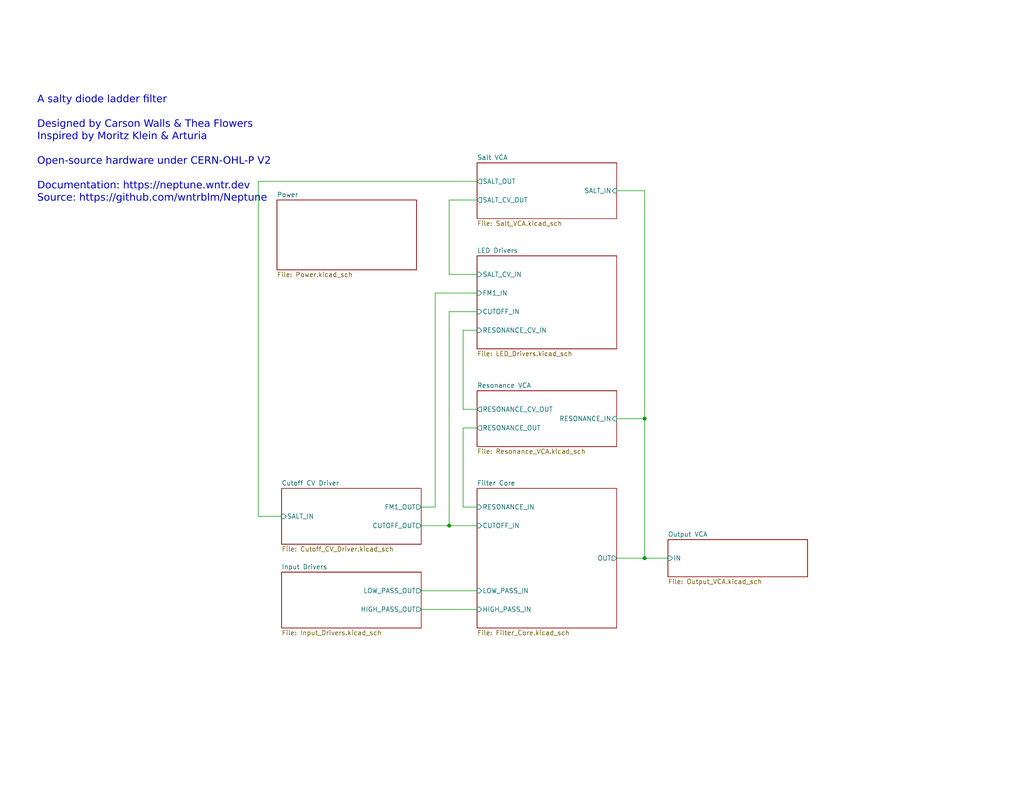
<source format=kicad_sch>
(kicad_sch
	(version 20250114)
	(generator "eeschema")
	(generator_version "9.0")
	(uuid "960bd036-bf0c-45ea-9f41-1321756e0e5a")
	(paper "USLetter")
	(title_block
		(title "Neptune")
		(date "2024-02-13")
		(rev "v3")
		(company "Winterbloom")
		(comment 1 "Carson Walls")
		(comment 2 "CERN-OHL-P v2")
		(comment 3 "neptune.wntr.dev")
	)
	(lib_symbols)
	(text "A salty diode ladder filter\n\nDesigned by Carson Walls & Thea Flowers\nInspired by Moritz Klein & Arturia\n\nOpen-source hardware under CERN-OHL-P V2\n\nDocumentation: https://neptune.wntr.dev\nSource: https://github.com/wntrblm/Neptune"
		(exclude_from_sim no)
		(at 10.16 55.88 0)
		(effects
			(font
				(face "Nunito")
				(size 2 2)
			)
			(justify left bottom)
		)
		(uuid "f9b04710-975f-4ad6-a6e4-6f9e2802efb9")
	)
	(junction
		(at 175.895 152.4)
		(diameter 0)
		(color 0 0 0 0)
		(uuid "32027e1d-2dda-4096-85f3-7e7c62f08d7d")
	)
	(junction
		(at 122.555 143.51)
		(diameter 0)
		(color 0 0 0 0)
		(uuid "49240982-9e71-414e-ba5a-e9797defe7ea")
	)
	(junction
		(at 175.895 114.3)
		(diameter 0)
		(color 0 0 0 0)
		(uuid "52d1fe2a-c867-48d6-8513-ec7ce3376599")
	)
	(wire
		(pts
			(xy 122.555 74.93) (xy 130.175 74.93)
		)
		(stroke
			(width 0)
			(type default)
		)
		(uuid "01ab951b-acde-4e95-b598-84035c371590")
	)
	(wire
		(pts
			(xy 70.485 49.53) (xy 70.485 140.97)
		)
		(stroke
			(width 0)
			(type default)
		)
		(uuid "1e406d1e-73f2-4577-9829-32280a84c82a")
	)
	(wire
		(pts
			(xy 126.365 111.76) (xy 126.365 90.17)
		)
		(stroke
			(width 0)
			(type default)
		)
		(uuid "32aa0390-1d63-4086-893d-306e51f592d3")
	)
	(wire
		(pts
			(xy 126.365 138.43) (xy 130.175 138.43)
		)
		(stroke
			(width 0)
			(type default)
		)
		(uuid "64f6c5fd-f2b8-4e17-942c-52eef8df5240")
	)
	(wire
		(pts
			(xy 122.555 54.61) (xy 130.175 54.61)
		)
		(stroke
			(width 0)
			(type default)
		)
		(uuid "65a30294-8a17-4c8f-9151-0bfcf82eb74f")
	)
	(wire
		(pts
			(xy 122.555 85.09) (xy 122.555 143.51)
		)
		(stroke
			(width 0)
			(type default)
		)
		(uuid "67c03037-e420-4098-b502-26899ecd3df4")
	)
	(wire
		(pts
			(xy 118.745 80.01) (xy 130.175 80.01)
		)
		(stroke
			(width 0)
			(type default)
		)
		(uuid "6f991bc9-647a-47cb-9799-2fbb89be94ef")
	)
	(wire
		(pts
			(xy 175.895 114.3) (xy 175.895 52.07)
		)
		(stroke
			(width 0)
			(type default)
		)
		(uuid "7f35e17f-0f9a-4c62-a123-e2cad4336d8c")
	)
	(wire
		(pts
			(xy 175.895 114.3) (xy 175.895 152.4)
		)
		(stroke
			(width 0)
			(type default)
		)
		(uuid "89543d03-8362-4c4e-99dc-23a9a2bd1489")
	)
	(wire
		(pts
			(xy 70.485 49.53) (xy 130.175 49.53)
		)
		(stroke
			(width 0)
			(type default)
		)
		(uuid "8b5e3e7e-89e9-44cf-8361-853eaa3489cb")
	)
	(wire
		(pts
			(xy 70.485 140.97) (xy 76.835 140.97)
		)
		(stroke
			(width 0)
			(type default)
		)
		(uuid "938e2bbf-fce2-4ba2-88e7-a5964b858316")
	)
	(wire
		(pts
			(xy 122.555 85.09) (xy 130.175 85.09)
		)
		(stroke
			(width 0)
			(type default)
		)
		(uuid "997b54f1-b90b-4bc8-9b56-833f64a57698")
	)
	(wire
		(pts
			(xy 114.935 166.37) (xy 130.175 166.37)
		)
		(stroke
			(width 0)
			(type default)
		)
		(uuid "9acd4514-1d15-4779-bfca-c3cef9b27173")
	)
	(wire
		(pts
			(xy 118.745 138.43) (xy 118.745 80.01)
		)
		(stroke
			(width 0)
			(type default)
		)
		(uuid "a8f229f9-dde9-49f3-a372-26fcd5e0f5ad")
	)
	(wire
		(pts
			(xy 126.365 116.84) (xy 126.365 138.43)
		)
		(stroke
			(width 0)
			(type default)
		)
		(uuid "ad38080a-5ab6-4a58-9ec6-824cbf78cac2")
	)
	(wire
		(pts
			(xy 122.555 54.61) (xy 122.555 74.93)
		)
		(stroke
			(width 0)
			(type default)
		)
		(uuid "ae83c02c-687c-458c-94ad-3919cfb99953")
	)
	(wire
		(pts
			(xy 114.935 161.29) (xy 130.175 161.29)
		)
		(stroke
			(width 0)
			(type default)
		)
		(uuid "af7adffd-7c9d-4af6-8bdc-2a374ded3344")
	)
	(wire
		(pts
			(xy 175.895 52.07) (xy 168.275 52.07)
		)
		(stroke
			(width 0)
			(type default)
		)
		(uuid "bea14f7e-b7ae-46af-bf46-e344c924c47f")
	)
	(wire
		(pts
			(xy 126.365 90.17) (xy 130.175 90.17)
		)
		(stroke
			(width 0)
			(type default)
		)
		(uuid "c392eb7f-6da9-4f53-addf-cfa7bca2db31")
	)
	(wire
		(pts
			(xy 168.275 114.3) (xy 175.895 114.3)
		)
		(stroke
			(width 0)
			(type default)
		)
		(uuid "c483aff7-5ba2-4f77-82ca-6ee4d4973fa2")
	)
	(wire
		(pts
			(xy 175.895 152.4) (xy 182.245 152.4)
		)
		(stroke
			(width 0)
			(type default)
		)
		(uuid "c8861e55-8f93-4330-bc9d-275b631c4087")
	)
	(wire
		(pts
			(xy 168.275 152.4) (xy 175.895 152.4)
		)
		(stroke
			(width 0)
			(type default)
		)
		(uuid "cbaa6058-819c-4db2-bb65-02cf5478b7bd")
	)
	(wire
		(pts
			(xy 130.175 111.76) (xy 126.365 111.76)
		)
		(stroke
			(width 0)
			(type default)
		)
		(uuid "d9bfb07a-e83e-44c5-ba7a-0505bd1bb1b4")
	)
	(wire
		(pts
			(xy 126.365 116.84) (xy 130.175 116.84)
		)
		(stroke
			(width 0)
			(type default)
		)
		(uuid "e82fe9bb-dc61-4c10-a014-350d5f17a964")
	)
	(wire
		(pts
			(xy 114.935 138.43) (xy 118.745 138.43)
		)
		(stroke
			(width 0)
			(type default)
		)
		(uuid "eb6737f5-607d-4717-8d7b-c7647bedb319")
	)
	(wire
		(pts
			(xy 114.935 143.51) (xy 122.555 143.51)
		)
		(stroke
			(width 0)
			(type default)
		)
		(uuid "ebafb825-2eeb-421e-8845-864caa4d2128")
	)
	(wire
		(pts
			(xy 122.555 143.51) (xy 130.175 143.51)
		)
		(stroke
			(width 0)
			(type default)
		)
		(uuid "f47ff88d-48ff-4db8-9546-8758303c5cf5")
	)
	(sheet
		(at 130.175 44.45)
		(size 38.1 15.24)
		(exclude_from_sim no)
		(in_bom yes)
		(on_board yes)
		(dnp no)
		(fields_autoplaced yes)
		(stroke
			(width 0.1524)
			(type solid)
		)
		(fill
			(color 0 0 0 0.0000)
		)
		(uuid "0f8a3c3e-e197-47b5-881d-2ae4e2374020")
		(property "Sheetname" "Salt VCA"
			(at 130.175 43.7384 0)
			(effects
				(font
					(size 1.27 1.27)
				)
				(justify left bottom)
			)
		)
		(property "Sheetfile" "Salt_VCA.kicad_sch"
			(at 130.175 60.2746 0)
			(effects
				(font
					(size 1.27 1.27)
				)
				(justify left top)
			)
		)
		(pin "SALT_OUT" output
			(at 130.175 49.53 180)
			(uuid "ec1f966c-9e6d-4f9d-909f-d1c0f39c53f1")
			(effects
				(font
					(size 1.27 1.27)
				)
				(justify left)
			)
		)
		(pin "SALT_IN" input
			(at 168.275 52.07 0)
			(uuid "5734760a-f31c-4b48-99e7-bd3d5a48b1a0")
			(effects
				(font
					(size 1.27 1.27)
				)
				(justify right)
			)
		)
		(pin "SALT_CV_OUT" output
			(at 130.175 54.61 180)
			(uuid "43af6afb-a305-4cb3-9d75-48cab7b3e86b")
			(effects
				(font
					(size 1.27 1.27)
				)
				(justify left)
			)
		)
		(instances
			(project "mainboard"
				(path "/960bd036-bf0c-45ea-9f41-1321756e0e5a"
					(page "5")
				)
			)
		)
	)
	(sheet
		(at 76.835 133.35)
		(size 38.1 15.24)
		(exclude_from_sim no)
		(in_bom yes)
		(on_board yes)
		(dnp no)
		(fields_autoplaced yes)
		(stroke
			(width 0.1524)
			(type solid)
		)
		(fill
			(color 0 0 0 0.0000)
		)
		(uuid "193c5b93-4c44-4f6f-9ef0-5f8993e4582d")
		(property "Sheetname" "Cutoff CV Driver"
			(at 76.835 132.6384 0)
			(effects
				(font
					(size 1.27 1.27)
				)
				(justify left bottom)
			)
		)
		(property "Sheetfile" "Cutoff_CV_Driver.kicad_sch"
			(at 76.835 149.1746 0)
			(effects
				(font
					(size 1.27 1.27)
				)
				(justify left top)
			)
		)
		(pin "CUTOFF_OUT" output
			(at 114.935 143.51 0)
			(uuid "77f276e0-1b24-47ca-8b3d-62cfbbe6cac4")
			(effects
				(font
					(size 1.27 1.27)
				)
				(justify right)
			)
		)
		(pin "FM1_OUT" output
			(at 114.935 138.43 0)
			(uuid "26371f6a-323c-4639-ab0d-4316f9786663")
			(effects
				(font
					(size 1.27 1.27)
				)
				(justify right)
			)
		)
		(pin "SALT_IN" input
			(at 76.835 140.97 180)
			(uuid "afc04b60-3f8c-4391-a28b-d4a132d6eb32")
			(effects
				(font
					(size 1.27 1.27)
				)
				(justify left)
			)
		)
		(instances
			(project "mainboard"
				(path "/960bd036-bf0c-45ea-9f41-1321756e0e5a"
					(page "4")
				)
			)
		)
	)
	(sheet
		(at 182.245 147.32)
		(size 38.1 10.16)
		(exclude_from_sim no)
		(in_bom yes)
		(on_board yes)
		(dnp no)
		(fields_autoplaced yes)
		(stroke
			(width 0.1524)
			(type solid)
		)
		(fill
			(color 0 0 0 0.0000)
		)
		(uuid "2f882567-d4bc-4d02-ab1f-fc30e1722a04")
		(property "Sheetname" "Output VCA"
			(at 182.245 146.6084 0)
			(effects
				(font
					(size 1.27 1.27)
				)
				(justify left bottom)
			)
		)
		(property "Sheetfile" "Output_VCA.kicad_sch"
			(at 182.245 158.0646 0)
			(effects
				(font
					(size 1.27 1.27)
				)
				(justify left top)
			)
		)
		(pin "IN" input
			(at 182.245 152.4 180)
			(uuid "4bf5f53e-92cc-4200-a5d8-92def1c9226f")
			(effects
				(font
					(size 1.27 1.27)
				)
				(justify left)
			)
		)
		(instances
			(project "mainboard"
				(path "/960bd036-bf0c-45ea-9f41-1321756e0e5a"
					(page "8")
				)
			)
		)
	)
	(sheet
		(at 75.565 54.61)
		(size 38.1 19.05)
		(exclude_from_sim no)
		(in_bom yes)
		(on_board yes)
		(dnp no)
		(fields_autoplaced yes)
		(stroke
			(width 0.1524)
			(type solid)
		)
		(fill
			(color 0 0 0 0.0000)
		)
		(uuid "2fb572ad-24ea-4cbe-ad52-b6fc76c2d017")
		(property "Sheetname" "Power"
			(at 75.565 53.8984 0)
			(effects
				(font
					(size 1.27 1.27)
				)
				(justify left bottom)
			)
		)
		(property "Sheetfile" "Power.kicad_sch"
			(at 75.565 74.2446 0)
			(effects
				(font
					(size 1.27 1.27)
				)
				(justify left top)
			)
		)
		(instances
			(project "mainboard"
				(path "/960bd036-bf0c-45ea-9f41-1321756e0e5a"
					(page "2")
				)
			)
		)
	)
	(sheet
		(at 76.835 156.21)
		(size 38.1 15.24)
		(exclude_from_sim no)
		(in_bom yes)
		(on_board yes)
		(dnp no)
		(fields_autoplaced yes)
		(stroke
			(width 0.1524)
			(type solid)
		)
		(fill
			(color 0 0 0 0.0000)
		)
		(uuid "3a92f97b-4bc8-4105-8c8c-23425d8f2338")
		(property "Sheetname" "Input Drivers"
			(at 76.835 155.4984 0)
			(effects
				(font
					(size 1.27 1.27)
				)
				(justify left bottom)
			)
		)
		(property "Sheetfile" "Input_Drivers.kicad_sch"
			(at 76.835 172.0346 0)
			(effects
				(font
					(size 1.27 1.27)
				)
				(justify left top)
			)
		)
		(pin "HIGH_PASS_OUT" output
			(at 114.935 166.37 0)
			(uuid "d8b82af0-f1a7-4557-9fea-01e26c5f674c")
			(effects
				(font
					(size 1.27 1.27)
				)
				(justify right)
			)
		)
		(pin "LOW_PASS_OUT" output
			(at 114.935 161.29 0)
			(uuid "18f2b04c-0228-4281-8e0d-93f84a9b8ced")
			(effects
				(font
					(size 1.27 1.27)
				)
				(justify right)
			)
		)
		(instances
			(project "mainboard"
				(path "/960bd036-bf0c-45ea-9f41-1321756e0e5a"
					(page "3")
				)
			)
		)
	)
	(sheet
		(at 130.175 133.35)
		(size 38.1 38.1)
		(exclude_from_sim no)
		(in_bom yes)
		(on_board yes)
		(dnp no)
		(fields_autoplaced yes)
		(stroke
			(width 0.1524)
			(type solid)
		)
		(fill
			(color 0 0 0 0.0000)
		)
		(uuid "3b1fa3f2-493c-449c-a2d6-10ea677680a0")
		(property "Sheetname" "Filter Core"
			(at 130.175 132.6384 0)
			(effects
				(font
					(size 1.27 1.27)
				)
				(justify left bottom)
			)
		)
		(property "Sheetfile" "Filter_Core.kicad_sch"
			(at 130.175 172.0346 0)
			(effects
				(font
					(size 1.27 1.27)
				)
				(justify left top)
			)
		)
		(pin "CUTOFF_IN" input
			(at 130.175 143.51 180)
			(uuid "4698da2a-2652-4112-8de3-9d31bae23e1d")
			(effects
				(font
					(size 1.27 1.27)
				)
				(justify left)
			)
		)
		(pin "OUT" output
			(at 168.275 152.4 0)
			(uuid "d5b16925-f0fc-4fd5-b6f2-309844257a15")
			(effects
				(font
					(size 1.27 1.27)
				)
				(justify right)
			)
		)
		(pin "HIGH_PASS_IN" input
			(at 130.175 166.37 180)
			(uuid "7d7fc621-922e-4ca9-8612-7629f74ce9fb")
			(effects
				(font
					(size 1.27 1.27)
				)
				(justify left)
			)
		)
		(pin "RESONANCE_IN" input
			(at 130.175 138.43 180)
			(uuid "40e4f075-c21e-49e5-b49d-08dd50b125e4")
			(effects
				(font
					(size 1.27 1.27)
				)
				(justify left)
			)
		)
		(pin "LOW_PASS_IN" input
			(at 130.175 161.29 180)
			(uuid "790fc35d-e216-47d7-a67c-47a370d1c1df")
			(effects
				(font
					(size 1.27 1.27)
				)
				(justify left)
			)
		)
		(instances
			(project "mainboard"
				(path "/960bd036-bf0c-45ea-9f41-1321756e0e5a"
					(page "7")
				)
			)
		)
	)
	(sheet
		(at 130.175 106.68)
		(size 38.1 15.24)
		(exclude_from_sim no)
		(in_bom yes)
		(on_board yes)
		(dnp no)
		(fields_autoplaced yes)
		(stroke
			(width 0.1524)
			(type solid)
		)
		(fill
			(color 0 0 0 0.0000)
		)
		(uuid "48d891c0-35ba-4c8e-a930-c990a10298eb")
		(property "Sheetname" "Resonance VCA"
			(at 130.175 105.9684 0)
			(effects
				(font
					(size 1.27 1.27)
				)
				(justify left bottom)
			)
		)
		(property "Sheetfile" "Resonance_VCA.kicad_sch"
			(at 130.175 122.5046 0)
			(effects
				(font
					(size 1.27 1.27)
				)
				(justify left top)
			)
		)
		(pin "RESONANCE_OUT" output
			(at 130.175 116.84 180)
			(uuid "bf942754-cb43-4b52-babe-a9aa2a5e5cf5")
			(effects
				(font
					(size 1.27 1.27)
				)
				(justify left)
			)
		)
		(pin "RESONANCE_IN" input
			(at 168.275 114.3 0)
			(uuid "3059fdc7-2ecc-4a83-bec1-75e720466adc")
			(effects
				(font
					(size 1.27 1.27)
				)
				(justify right)
			)
		)
		(pin "RESONANCE_CV_OUT" output
			(at 130.175 111.76 180)
			(uuid "8d983939-d146-4e31-bc41-e24835181d17")
			(effects
				(font
					(size 1.27 1.27)
				)
				(justify left)
			)
		)
		(instances
			(project "mainboard"
				(path "/960bd036-bf0c-45ea-9f41-1321756e0e5a"
					(page "6")
				)
			)
		)
	)
	(sheet
		(at 130.175 69.85)
		(size 38.1 25.4)
		(exclude_from_sim no)
		(in_bom yes)
		(on_board yes)
		(dnp no)
		(fields_autoplaced yes)
		(stroke
			(width 0.1524)
			(type solid)
		)
		(fill
			(color 0 0 0 0.0000)
		)
		(uuid "e3d5295b-e037-4c01-a5ad-25ec0ca0bdb3")
		(property "Sheetname" "LED Drivers"
			(at 130.175 69.1384 0)
			(effects
				(font
					(size 1.27 1.27)
				)
				(justify left bottom)
			)
		)
		(property "Sheetfile" "LED_Drivers.kicad_sch"
			(at 130.175 95.8346 0)
			(effects
				(font
					(size 1.27 1.27)
				)
				(justify left top)
			)
		)
		(pin "CUTOFF_IN" input
			(at 130.175 85.09 180)
			(uuid "c5260b92-a865-4c19-9961-d4b2bc736b38")
			(effects
				(font
					(size 1.27 1.27)
				)
				(justify left)
			)
		)
		(pin "RESONANCE_CV_IN" input
			(at 130.175 90.17 180)
			(uuid "5e83ad61-3b5a-402a-93cf-5d2f8167d1eb")
			(effects
				(font
					(size 1.27 1.27)
				)
				(justify left)
			)
		)
		(pin "FM1_IN" input
			(at 130.175 80.01 180)
			(uuid "81401141-8b05-44e6-b058-af8b28c35945")
			(effects
				(font
					(size 1.27 1.27)
				)
				(justify left)
			)
		)
		(pin "SALT_CV_IN" input
			(at 130.175 74.93 180)
			(uuid "cf4b889e-c886-47ee-a68b-3df685c44525")
			(effects
				(font
					(size 1.27 1.27)
				)
				(justify left)
			)
		)
		(instances
			(project "mainboard"
				(path "/960bd036-bf0c-45ea-9f41-1321756e0e5a"
					(page "9")
				)
			)
		)
	)
	(sheet_instances
		(path "/"
			(page "1")
		)
	)
	(embedded_fonts no)
)

</source>
